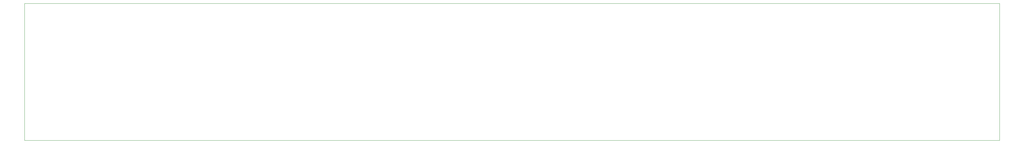
<source format=gbr>
%TF.GenerationSoftware,KiCad,Pcbnew,(6.0.8)*%
%TF.CreationDate,2022-12-26T14:05:03+00:00*%
%TF.ProjectId,Display_LED,44697370-6c61-4795-9f4c-45442e6b6963,1*%
%TF.SameCoordinates,Original*%
%TF.FileFunction,Profile,NP*%
%FSLAX46Y46*%
G04 Gerber Fmt 4.6, Leading zero omitted, Abs format (unit mm)*
G04 Created by KiCad (PCBNEW (6.0.8)) date 2022-12-26 14:05:03*
%MOMM*%
%LPD*%
G01*
G04 APERTURE LIST*
%TA.AperFunction,Profile*%
%ADD10C,0.100000*%
%TD*%
G04 APERTURE END LIST*
D10*
X352860000Y-113940000D02*
X62830000Y-113940000D01*
X62830000Y-113940000D02*
X62830000Y-154850000D01*
X62830000Y-154850000D02*
X352860000Y-154850000D01*
X352860000Y-154850000D02*
X352860000Y-113940000D01*
M02*

</source>
